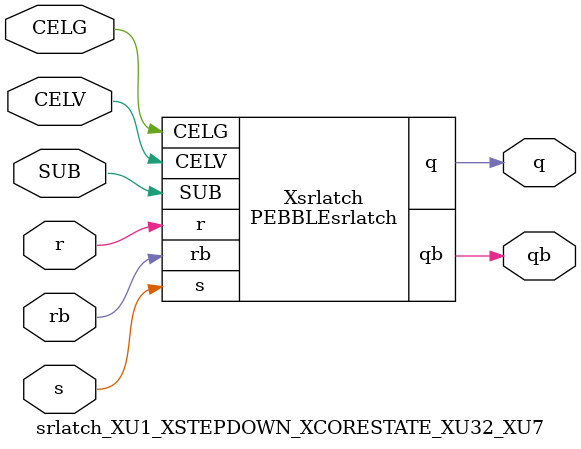
<source format=v>



module PEBBLEsrlatch ( q, qb, CELG, CELV, SUB, r, rb, s );

  input CELV;
  input s;
  output q;
  input rb;
  input r;
  input SUB;
  input CELG;
  output qb;
endmodule

//Celera Confidential Do Not Copy srlatch_XU1_XSTEPDOWN_XCORESTATE_XU32_XU7
//Celera Confidential Symbol Generator
//SR Latch
module srlatch_XU1_XSTEPDOWN_XCORESTATE_XU32_XU7 (CELV,CELG,s,r,rb,q,qb,SUB);
input CELV;
input CELG;
input s;
input r;
input rb;
input SUB;
output q;
output qb;

//Celera Confidential Do Not Copy srlatch
PEBBLEsrlatch Xsrlatch(
.CELV (CELV),
.r (r),
.s (s),
.q (q),
.qb (qb),
.rb (rb),
.SUB (SUB),
.CELG (CELG)
);
//,diesize,PEBBLEsrlatch

//Celera Confidential Do Not Copy Module End
//Celera Schematic Generator
endmodule

</source>
